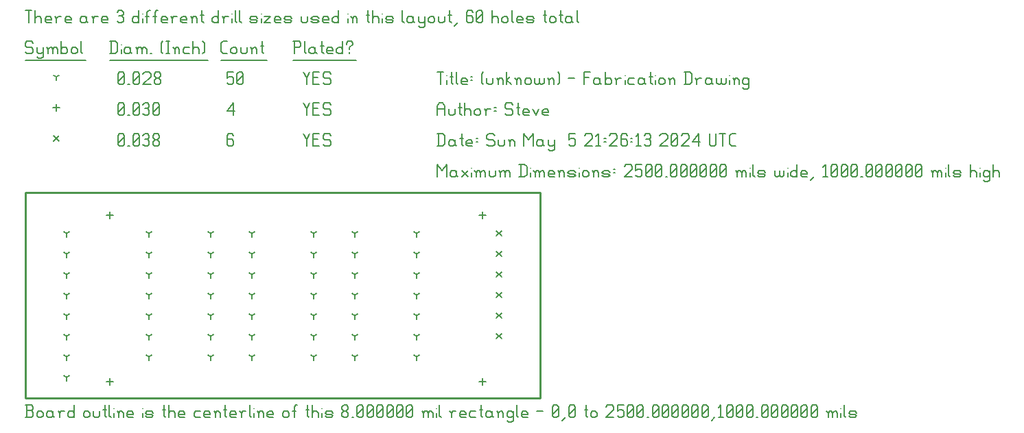
<source format=gbr>
G04 start of page 17 for group -3984 idx -3984 *
G04 Title: (unknown), fab *
G04 Creator: pcb 4.2.2 *
G04 CreationDate: Sun May  5 21:26:13 2024 UTC *
G04 For: steve *
G04 Format: Gerber/RS-274X *
G04 PCB-Dimensions (mil): 2500.00 1000.00 *
G04 PCB-Coordinate-Origin: lower left *
%MOIN*%
%FSLAX25Y25*%
%LNFAB*%
%ADD69C,0.0100*%
%ADD68C,0.0075*%
%ADD67C,0.0060*%
%ADD66C,0.0080*%
G54D66*X228800Y81200D02*X231200Y78800D01*
X228800D02*X231200Y81200D01*
X228800Y71200D02*X231200Y68800D01*
X228800D02*X231200Y71200D01*
X228800Y61200D02*X231200Y58800D01*
X228800D02*X231200Y61200D01*
X228800Y51200D02*X231200Y48800D01*
X228800D02*X231200Y51200D01*
X228800Y41200D02*X231200Y38800D01*
X228800D02*X231200Y41200D01*
X228800Y31200D02*X231200Y28800D01*
X228800D02*X231200Y31200D01*
X13800Y127450D02*X16200Y125050D01*
X13800D02*X16200Y127450D01*
G54D67*X135000Y128500D02*X136500Y125500D01*
X138000Y128500D01*
X136500Y125500D02*Y122500D01*
X139800Y125800D02*X142050D01*
X139800Y122500D02*X142800D01*
X139800Y128500D02*Y122500D01*
Y128500D02*X142800D01*
X147600D02*X148350Y127750D01*
X145350Y128500D02*X147600D01*
X144600Y127750D02*X145350Y128500D01*
X144600Y127750D02*Y126250D01*
X145350Y125500D01*
X147600D01*
X148350Y124750D01*
Y123250D01*
X147600Y122500D02*X148350Y123250D01*
X145350Y122500D02*X147600D01*
X144600Y123250D02*X145350Y122500D01*
X100250Y128500D02*X101000Y127750D01*
X98750Y128500D02*X100250D01*
X98000Y127750D02*X98750Y128500D01*
X98000Y127750D02*Y123250D01*
X98750Y122500D01*
X100250Y125800D02*X101000Y125050D01*
X98000Y125800D02*X100250D01*
X98750Y122500D02*X100250D01*
X101000Y123250D01*
Y125050D02*Y123250D01*
X45000D02*X45750Y122500D01*
X45000Y127750D02*Y123250D01*
Y127750D02*X45750Y128500D01*
X47250D01*
X48000Y127750D01*
Y123250D01*
X47250Y122500D02*X48000Y123250D01*
X45750Y122500D02*X47250D01*
X45000Y124000D02*X48000Y127000D01*
X49800Y122500D02*X50550D01*
X52350Y123250D02*X53100Y122500D01*
X52350Y127750D02*Y123250D01*
Y127750D02*X53100Y128500D01*
X54600D01*
X55350Y127750D01*
Y123250D01*
X54600Y122500D02*X55350Y123250D01*
X53100Y122500D02*X54600D01*
X52350Y124000D02*X55350Y127000D01*
X57150Y127750D02*X57900Y128500D01*
X59400D01*
X60150Y127750D01*
X59400Y122500D02*X60150Y123250D01*
X57900Y122500D02*X59400D01*
X57150Y123250D02*X57900Y122500D01*
Y125800D02*X59400D01*
X60150Y127750D02*Y126550D01*
Y125050D02*Y123250D01*
Y125050D02*X59400Y125800D01*
X60150Y126550D02*X59400Y125800D01*
X61950Y123250D02*X62700Y122500D01*
X61950Y124450D02*Y123250D01*
Y124450D02*X63000Y125500D01*
X63900D01*
X64950Y124450D01*
Y123250D01*
X64200Y122500D02*X64950Y123250D01*
X62700Y122500D02*X64200D01*
X61950Y126550D02*X63000Y125500D01*
X61950Y127750D02*Y126550D01*
Y127750D02*X62700Y128500D01*
X64200D01*
X64950Y127750D01*
Y126550D01*
X63900Y125500D02*X64950Y126550D01*
X41000Y9600D02*Y6400D01*
X39400Y8000D02*X42600D01*
X41000Y90600D02*Y87400D01*
X39400Y89000D02*X42600D01*
X222000Y9600D02*Y6400D01*
X220400Y8000D02*X223600D01*
X222000Y90600D02*Y87400D01*
X220400Y89000D02*X223600D01*
X15000Y142850D02*Y139650D01*
X13400Y141250D02*X16600D01*
X135000Y143500D02*X136500Y140500D01*
X138000Y143500D01*
X136500Y140500D02*Y137500D01*
X139800Y140800D02*X142050D01*
X139800Y137500D02*X142800D01*
X139800Y143500D02*Y137500D01*
Y143500D02*X142800D01*
X147600D02*X148350Y142750D01*
X145350Y143500D02*X147600D01*
X144600Y142750D02*X145350Y143500D01*
X144600Y142750D02*Y141250D01*
X145350Y140500D01*
X147600D01*
X148350Y139750D01*
Y138250D01*
X147600Y137500D02*X148350Y138250D01*
X145350Y137500D02*X147600D01*
X144600Y138250D02*X145350Y137500D01*
X98000Y139750D02*X101000Y143500D01*
X98000Y139750D02*X101750D01*
X101000Y143500D02*Y137500D01*
X45000Y138250D02*X45750Y137500D01*
X45000Y142750D02*Y138250D01*
Y142750D02*X45750Y143500D01*
X47250D01*
X48000Y142750D01*
Y138250D01*
X47250Y137500D02*X48000Y138250D01*
X45750Y137500D02*X47250D01*
X45000Y139000D02*X48000Y142000D01*
X49800Y137500D02*X50550D01*
X52350Y138250D02*X53100Y137500D01*
X52350Y142750D02*Y138250D01*
Y142750D02*X53100Y143500D01*
X54600D01*
X55350Y142750D01*
Y138250D01*
X54600Y137500D02*X55350Y138250D01*
X53100Y137500D02*X54600D01*
X52350Y139000D02*X55350Y142000D01*
X57150Y142750D02*X57900Y143500D01*
X59400D01*
X60150Y142750D01*
X59400Y137500D02*X60150Y138250D01*
X57900Y137500D02*X59400D01*
X57150Y138250D02*X57900Y137500D01*
Y140800D02*X59400D01*
X60150Y142750D02*Y141550D01*
Y140050D02*Y138250D01*
Y140050D02*X59400Y140800D01*
X60150Y141550D02*X59400Y140800D01*
X61950Y138250D02*X62700Y137500D01*
X61950Y142750D02*Y138250D01*
Y142750D02*X62700Y143500D01*
X64200D01*
X64950Y142750D01*
Y138250D01*
X64200Y137500D02*X64950Y138250D01*
X62700Y137500D02*X64200D01*
X61950Y139000D02*X64950Y142000D01*
X20000Y80000D02*Y78400D01*
Y80000D02*X21387Y80800D01*
X20000Y80000D02*X18613Y80800D01*
X20000Y70000D02*Y68400D01*
Y70000D02*X21387Y70800D01*
X20000Y70000D02*X18613Y70800D01*
X20000Y60000D02*Y58400D01*
Y60000D02*X21387Y60800D01*
X20000Y60000D02*X18613Y60800D01*
X20000Y50000D02*Y48400D01*
Y50000D02*X21387Y50800D01*
X20000Y50000D02*X18613Y50800D01*
X20000Y40000D02*Y38400D01*
Y40000D02*X21387Y40800D01*
X20000Y40000D02*X18613Y40800D01*
X20000Y30000D02*Y28400D01*
Y30000D02*X21387Y30800D01*
X20000Y30000D02*X18613Y30800D01*
X20000Y20000D02*Y18400D01*
Y20000D02*X21387Y20800D01*
X20000Y20000D02*X18613Y20800D01*
X20000Y10000D02*Y8400D01*
Y10000D02*X21387Y10800D01*
X20000Y10000D02*X18613Y10800D01*
X60000Y80000D02*Y78400D01*
Y80000D02*X61387Y80800D01*
X60000Y80000D02*X58613Y80800D01*
X60000Y70000D02*Y68400D01*
Y70000D02*X61387Y70800D01*
X60000Y70000D02*X58613Y70800D01*
X60000Y60000D02*Y58400D01*
Y60000D02*X61387Y60800D01*
X60000Y60000D02*X58613Y60800D01*
X60000Y50000D02*Y48400D01*
Y50000D02*X61387Y50800D01*
X60000Y50000D02*X58613Y50800D01*
X60000Y40000D02*Y38400D01*
Y40000D02*X61387Y40800D01*
X60000Y40000D02*X58613Y40800D01*
X60000Y30000D02*Y28400D01*
Y30000D02*X61387Y30800D01*
X60000Y30000D02*X58613Y30800D01*
X60000Y20000D02*Y18400D01*
Y20000D02*X61387Y20800D01*
X60000Y20000D02*X58613Y20800D01*
X90000Y20000D02*Y18400D01*
Y20000D02*X91387Y20800D01*
X90000Y20000D02*X88613Y20800D01*
X90000Y30000D02*Y28400D01*
Y30000D02*X91387Y30800D01*
X90000Y30000D02*X88613Y30800D01*
X90000Y40000D02*Y38400D01*
Y40000D02*X91387Y40800D01*
X90000Y40000D02*X88613Y40800D01*
X90000Y50000D02*Y48400D01*
Y50000D02*X91387Y50800D01*
X90000Y50000D02*X88613Y50800D01*
X90000Y60000D02*Y58400D01*
Y60000D02*X91387Y60800D01*
X90000Y60000D02*X88613Y60800D01*
X90000Y70000D02*Y68400D01*
Y70000D02*X91387Y70800D01*
X90000Y70000D02*X88613Y70800D01*
X90000Y80000D02*Y78400D01*
Y80000D02*X91387Y80800D01*
X90000Y80000D02*X88613Y80800D01*
X110000Y80000D02*Y78400D01*
Y80000D02*X111387Y80800D01*
X110000Y80000D02*X108613Y80800D01*
X110000Y70000D02*Y68400D01*
Y70000D02*X111387Y70800D01*
X110000Y70000D02*X108613Y70800D01*
X110000Y60000D02*Y58400D01*
Y60000D02*X111387Y60800D01*
X110000Y60000D02*X108613Y60800D01*
X110000Y50000D02*Y48400D01*
Y50000D02*X111387Y50800D01*
X110000Y50000D02*X108613Y50800D01*
X110000Y40000D02*Y38400D01*
Y40000D02*X111387Y40800D01*
X110000Y40000D02*X108613Y40800D01*
X110000Y30000D02*Y28400D01*
Y30000D02*X111387Y30800D01*
X110000Y30000D02*X108613Y30800D01*
X110000Y20000D02*Y18400D01*
Y20000D02*X111387Y20800D01*
X110000Y20000D02*X108613Y20800D01*
X140000Y20000D02*Y18400D01*
Y20000D02*X141387Y20800D01*
X140000Y20000D02*X138613Y20800D01*
X140000Y30000D02*Y28400D01*
Y30000D02*X141387Y30800D01*
X140000Y30000D02*X138613Y30800D01*
X140000Y40000D02*Y38400D01*
Y40000D02*X141387Y40800D01*
X140000Y40000D02*X138613Y40800D01*
X140000Y50000D02*Y48400D01*
Y50000D02*X141387Y50800D01*
X140000Y50000D02*X138613Y50800D01*
X140000Y60000D02*Y58400D01*
Y60000D02*X141387Y60800D01*
X140000Y60000D02*X138613Y60800D01*
X140000Y70000D02*Y68400D01*
Y70000D02*X141387Y70800D01*
X140000Y70000D02*X138613Y70800D01*
X140000Y80000D02*Y78400D01*
Y80000D02*X141387Y80800D01*
X140000Y80000D02*X138613Y80800D01*
X160000Y80000D02*Y78400D01*
Y80000D02*X161387Y80800D01*
X160000Y80000D02*X158613Y80800D01*
X160000Y70000D02*Y68400D01*
Y70000D02*X161387Y70800D01*
X160000Y70000D02*X158613Y70800D01*
X160000Y60000D02*Y58400D01*
Y60000D02*X161387Y60800D01*
X160000Y60000D02*X158613Y60800D01*
X160000Y50000D02*Y48400D01*
Y50000D02*X161387Y50800D01*
X160000Y50000D02*X158613Y50800D01*
X160000Y40000D02*Y38400D01*
Y40000D02*X161387Y40800D01*
X160000Y40000D02*X158613Y40800D01*
X160000Y30000D02*Y28400D01*
Y30000D02*X161387Y30800D01*
X160000Y30000D02*X158613Y30800D01*
X160000Y20000D02*Y18400D01*
Y20000D02*X161387Y20800D01*
X160000Y20000D02*X158613Y20800D01*
X190000Y20000D02*Y18400D01*
Y20000D02*X191387Y20800D01*
X190000Y20000D02*X188613Y20800D01*
X190000Y30000D02*Y28400D01*
Y30000D02*X191387Y30800D01*
X190000Y30000D02*X188613Y30800D01*
X190000Y40000D02*Y38400D01*
Y40000D02*X191387Y40800D01*
X190000Y40000D02*X188613Y40800D01*
X190000Y50000D02*Y48400D01*
Y50000D02*X191387Y50800D01*
X190000Y50000D02*X188613Y50800D01*
X190000Y60000D02*Y58400D01*
Y60000D02*X191387Y60800D01*
X190000Y60000D02*X188613Y60800D01*
X190000Y70000D02*Y68400D01*
Y70000D02*X191387Y70800D01*
X190000Y70000D02*X188613Y70800D01*
X190000Y80000D02*Y78400D01*
Y80000D02*X191387Y80800D01*
X190000Y80000D02*X188613Y80800D01*
X15000Y156250D02*Y154650D01*
Y156250D02*X16387Y157050D01*
X15000Y156250D02*X13613Y157050D01*
X135000Y158500D02*X136500Y155500D01*
X138000Y158500D01*
X136500Y155500D02*Y152500D01*
X139800Y155800D02*X142050D01*
X139800Y152500D02*X142800D01*
X139800Y158500D02*Y152500D01*
Y158500D02*X142800D01*
X147600D02*X148350Y157750D01*
X145350Y158500D02*X147600D01*
X144600Y157750D02*X145350Y158500D01*
X144600Y157750D02*Y156250D01*
X145350Y155500D01*
X147600D01*
X148350Y154750D01*
Y153250D01*
X147600Y152500D02*X148350Y153250D01*
X145350Y152500D02*X147600D01*
X144600Y153250D02*X145350Y152500D01*
X98000Y158500D02*X101000D01*
X98000D02*Y155500D01*
X98750Y156250D01*
X100250D01*
X101000Y155500D01*
Y153250D01*
X100250Y152500D02*X101000Y153250D01*
X98750Y152500D02*X100250D01*
X98000Y153250D02*X98750Y152500D01*
X102800Y153250D02*X103550Y152500D01*
X102800Y157750D02*Y153250D01*
Y157750D02*X103550Y158500D01*
X105050D01*
X105800Y157750D01*
Y153250D01*
X105050Y152500D02*X105800Y153250D01*
X103550Y152500D02*X105050D01*
X102800Y154000D02*X105800Y157000D01*
X45000Y153250D02*X45750Y152500D01*
X45000Y157750D02*Y153250D01*
Y157750D02*X45750Y158500D01*
X47250D01*
X48000Y157750D01*
Y153250D01*
X47250Y152500D02*X48000Y153250D01*
X45750Y152500D02*X47250D01*
X45000Y154000D02*X48000Y157000D01*
X49800Y152500D02*X50550D01*
X52350Y153250D02*X53100Y152500D01*
X52350Y157750D02*Y153250D01*
Y157750D02*X53100Y158500D01*
X54600D01*
X55350Y157750D01*
Y153250D01*
X54600Y152500D02*X55350Y153250D01*
X53100Y152500D02*X54600D01*
X52350Y154000D02*X55350Y157000D01*
X57150Y157750D02*X57900Y158500D01*
X60150D01*
X60900Y157750D01*
Y156250D01*
X57150Y152500D02*X60900Y156250D01*
X57150Y152500D02*X60900D01*
X62700Y153250D02*X63450Y152500D01*
X62700Y154450D02*Y153250D01*
Y154450D02*X63750Y155500D01*
X64650D01*
X65700Y154450D01*
Y153250D01*
X64950Y152500D02*X65700Y153250D01*
X63450Y152500D02*X64950D01*
X62700Y156550D02*X63750Y155500D01*
X62700Y157750D02*Y156550D01*
Y157750D02*X63450Y158500D01*
X64950D01*
X65700Y157750D01*
Y156550D01*
X64650Y155500D02*X65700Y156550D01*
X3000Y173500D02*X3750Y172750D01*
X750Y173500D02*X3000D01*
X0Y172750D02*X750Y173500D01*
X0Y172750D02*Y171250D01*
X750Y170500D01*
X3000D01*
X3750Y169750D01*
Y168250D01*
X3000Y167500D02*X3750Y168250D01*
X750Y167500D02*X3000D01*
X0Y168250D02*X750Y167500D01*
X5550Y170500D02*Y168250D01*
X6300Y167500D01*
X8550Y170500D02*Y166000D01*
X7800Y165250D02*X8550Y166000D01*
X6300Y165250D02*X7800D01*
X5550Y166000D02*X6300Y165250D01*
Y167500D02*X7800D01*
X8550Y168250D01*
X11100Y169750D02*Y167500D01*
Y169750D02*X11850Y170500D01*
X12600D01*
X13350Y169750D01*
Y167500D01*
Y169750D02*X14100Y170500D01*
X14850D01*
X15600Y169750D01*
Y167500D01*
X10350Y170500D02*X11100Y169750D01*
X17400Y173500D02*Y167500D01*
Y168250D02*X18150Y167500D01*
X19650D01*
X20400Y168250D01*
Y169750D02*Y168250D01*
X19650Y170500D02*X20400Y169750D01*
X18150Y170500D02*X19650D01*
X17400Y169750D02*X18150Y170500D01*
X22200Y169750D02*Y168250D01*
Y169750D02*X22950Y170500D01*
X24450D01*
X25200Y169750D01*
Y168250D01*
X24450Y167500D02*X25200Y168250D01*
X22950Y167500D02*X24450D01*
X22200Y168250D02*X22950Y167500D01*
X27000Y173500D02*Y168250D01*
X27750Y167500D01*
X0Y164250D02*X29250D01*
X41750Y173500D02*Y167500D01*
X43700Y173500D02*X44750Y172450D01*
Y168550D01*
X43700Y167500D02*X44750Y168550D01*
X41000Y167500D02*X43700D01*
X41000Y173500D02*X43700D01*
G54D68*X46550Y172000D02*Y171850D01*
G54D67*Y169750D02*Y167500D01*
X50300Y170500D02*X51050Y169750D01*
X48800Y170500D02*X50300D01*
X48050Y169750D02*X48800Y170500D01*
X48050Y169750D02*Y168250D01*
X48800Y167500D01*
X51050Y170500D02*Y168250D01*
X51800Y167500D01*
X48800D02*X50300D01*
X51050Y168250D01*
X54350Y169750D02*Y167500D01*
Y169750D02*X55100Y170500D01*
X55850D01*
X56600Y169750D01*
Y167500D01*
Y169750D02*X57350Y170500D01*
X58100D01*
X58850Y169750D01*
Y167500D01*
X53600Y170500D02*X54350Y169750D01*
X60650Y167500D02*X61400D01*
X65900Y168250D02*X66650Y167500D01*
X65900Y172750D02*X66650Y173500D01*
X65900Y172750D02*Y168250D01*
X68450Y173500D02*X69950D01*
X69200D02*Y167500D01*
X68450D02*X69950D01*
X72500Y169750D02*Y167500D01*
Y169750D02*X73250Y170500D01*
X74000D01*
X74750Y169750D01*
Y167500D01*
X71750Y170500D02*X72500Y169750D01*
X77300Y170500D02*X79550D01*
X76550Y169750D02*X77300Y170500D01*
X76550Y169750D02*Y168250D01*
X77300Y167500D01*
X79550D01*
X81350Y173500D02*Y167500D01*
Y169750D02*X82100Y170500D01*
X83600D01*
X84350Y169750D01*
Y167500D01*
X86150Y173500D02*X86900Y172750D01*
Y168250D01*
X86150Y167500D02*X86900Y168250D01*
X41000Y164250D02*X88700D01*
X96050Y167500D02*X98000D01*
X95000Y168550D02*X96050Y167500D01*
X95000Y172450D02*Y168550D01*
Y172450D02*X96050Y173500D01*
X98000D01*
X99800Y169750D02*Y168250D01*
Y169750D02*X100550Y170500D01*
X102050D01*
X102800Y169750D01*
Y168250D01*
X102050Y167500D02*X102800Y168250D01*
X100550Y167500D02*X102050D01*
X99800Y168250D02*X100550Y167500D01*
X104600Y170500D02*Y168250D01*
X105350Y167500D01*
X106850D01*
X107600Y168250D01*
Y170500D02*Y168250D01*
X110150Y169750D02*Y167500D01*
Y169750D02*X110900Y170500D01*
X111650D01*
X112400Y169750D01*
Y167500D01*
X109400Y170500D02*X110150Y169750D01*
X114950Y173500D02*Y168250D01*
X115700Y167500D01*
X114200Y171250D02*X115700D01*
X95000Y164250D02*X117200D01*
X130750Y173500D02*Y167500D01*
X130000Y173500D02*X133000D01*
X133750Y172750D01*
Y171250D01*
X133000Y170500D02*X133750Y171250D01*
X130750Y170500D02*X133000D01*
X135550Y173500D02*Y168250D01*
X136300Y167500D01*
X140050Y170500D02*X140800Y169750D01*
X138550Y170500D02*X140050D01*
X137800Y169750D02*X138550Y170500D01*
X137800Y169750D02*Y168250D01*
X138550Y167500D01*
X140800Y170500D02*Y168250D01*
X141550Y167500D01*
X138550D02*X140050D01*
X140800Y168250D01*
X144100Y173500D02*Y168250D01*
X144850Y167500D01*
X143350Y171250D02*X144850D01*
X147100Y167500D02*X149350D01*
X146350Y168250D02*X147100Y167500D01*
X146350Y169750D02*Y168250D01*
Y169750D02*X147100Y170500D01*
X148600D01*
X149350Y169750D01*
X146350Y169000D02*X149350D01*
Y169750D02*Y169000D01*
X154150Y173500D02*Y167500D01*
X153400D02*X154150Y168250D01*
X151900Y167500D02*X153400D01*
X151150Y168250D02*X151900Y167500D01*
X151150Y169750D02*Y168250D01*
Y169750D02*X151900Y170500D01*
X153400D01*
X154150Y169750D01*
X157450Y170500D02*Y169750D01*
Y168250D02*Y167500D01*
X155950Y172750D02*Y172000D01*
Y172750D02*X156700Y173500D01*
X158200D01*
X158950Y172750D01*
Y172000D01*
X157450Y170500D02*X158950Y172000D01*
X130000Y164250D02*X160750D01*
X0Y188500D02*X3000D01*
X1500D02*Y182500D01*
X4800Y188500D02*Y182500D01*
Y184750D02*X5550Y185500D01*
X7050D01*
X7800Y184750D01*
Y182500D01*
X10350D02*X12600D01*
X9600Y183250D02*X10350Y182500D01*
X9600Y184750D02*Y183250D01*
Y184750D02*X10350Y185500D01*
X11850D01*
X12600Y184750D01*
X9600Y184000D02*X12600D01*
Y184750D02*Y184000D01*
X15150Y184750D02*Y182500D01*
Y184750D02*X15900Y185500D01*
X17400D01*
X14400D02*X15150Y184750D01*
X19950Y182500D02*X22200D01*
X19200Y183250D02*X19950Y182500D01*
X19200Y184750D02*Y183250D01*
Y184750D02*X19950Y185500D01*
X21450D01*
X22200Y184750D01*
X19200Y184000D02*X22200D01*
Y184750D02*Y184000D01*
X28950Y185500D02*X29700Y184750D01*
X27450Y185500D02*X28950D01*
X26700Y184750D02*X27450Y185500D01*
X26700Y184750D02*Y183250D01*
X27450Y182500D01*
X29700Y185500D02*Y183250D01*
X30450Y182500D01*
X27450D02*X28950D01*
X29700Y183250D01*
X33000Y184750D02*Y182500D01*
Y184750D02*X33750Y185500D01*
X35250D01*
X32250D02*X33000Y184750D01*
X37800Y182500D02*X40050D01*
X37050Y183250D02*X37800Y182500D01*
X37050Y184750D02*Y183250D01*
Y184750D02*X37800Y185500D01*
X39300D01*
X40050Y184750D01*
X37050Y184000D02*X40050D01*
Y184750D02*Y184000D01*
X44550Y187750D02*X45300Y188500D01*
X46800D01*
X47550Y187750D01*
X46800Y182500D02*X47550Y183250D01*
X45300Y182500D02*X46800D01*
X44550Y183250D02*X45300Y182500D01*
Y185800D02*X46800D01*
X47550Y187750D02*Y186550D01*
Y185050D02*Y183250D01*
Y185050D02*X46800Y185800D01*
X47550Y186550D02*X46800Y185800D01*
X55050Y188500D02*Y182500D01*
X54300D02*X55050Y183250D01*
X52800Y182500D02*X54300D01*
X52050Y183250D02*X52800Y182500D01*
X52050Y184750D02*Y183250D01*
Y184750D02*X52800Y185500D01*
X54300D01*
X55050Y184750D01*
G54D68*X56850Y187000D02*Y186850D01*
G54D67*Y184750D02*Y182500D01*
X59100Y187750D02*Y182500D01*
Y187750D02*X59850Y188500D01*
X60600D01*
X58350Y185500D02*X59850D01*
X62850Y187750D02*Y182500D01*
Y187750D02*X63600Y188500D01*
X64350D01*
X62100Y185500D02*X63600D01*
X66600Y182500D02*X68850D01*
X65850Y183250D02*X66600Y182500D01*
X65850Y184750D02*Y183250D01*
Y184750D02*X66600Y185500D01*
X68100D01*
X68850Y184750D01*
X65850Y184000D02*X68850D01*
Y184750D02*Y184000D01*
X71400Y184750D02*Y182500D01*
Y184750D02*X72150Y185500D01*
X73650D01*
X70650D02*X71400Y184750D01*
X76200Y182500D02*X78450D01*
X75450Y183250D02*X76200Y182500D01*
X75450Y184750D02*Y183250D01*
Y184750D02*X76200Y185500D01*
X77700D01*
X78450Y184750D01*
X75450Y184000D02*X78450D01*
Y184750D02*Y184000D01*
X81000Y184750D02*Y182500D01*
Y184750D02*X81750Y185500D01*
X82500D01*
X83250Y184750D01*
Y182500D01*
X80250Y185500D02*X81000Y184750D01*
X85800Y188500D02*Y183250D01*
X86550Y182500D01*
X85050Y186250D02*X86550D01*
X93750Y188500D02*Y182500D01*
X93000D02*X93750Y183250D01*
X91500Y182500D02*X93000D01*
X90750Y183250D02*X91500Y182500D01*
X90750Y184750D02*Y183250D01*
Y184750D02*X91500Y185500D01*
X93000D01*
X93750Y184750D01*
X96300D02*Y182500D01*
Y184750D02*X97050Y185500D01*
X98550D01*
X95550D02*X96300Y184750D01*
G54D68*X100350Y187000D02*Y186850D01*
G54D67*Y184750D02*Y182500D01*
X101850Y188500D02*Y183250D01*
X102600Y182500D01*
X104100Y188500D02*Y183250D01*
X104850Y182500D01*
X109800D02*X112050D01*
X112800Y183250D01*
X112050Y184000D02*X112800Y183250D01*
X109800Y184000D02*X112050D01*
X109050Y184750D02*X109800Y184000D01*
X109050Y184750D02*X109800Y185500D01*
X112050D01*
X112800Y184750D01*
X109050Y183250D02*X109800Y182500D01*
G54D68*X114600Y187000D02*Y186850D01*
G54D67*Y184750D02*Y182500D01*
X116100Y185500D02*X119100D01*
X116100Y182500D02*X119100Y185500D01*
X116100Y182500D02*X119100D01*
X121650D02*X123900D01*
X120900Y183250D02*X121650Y182500D01*
X120900Y184750D02*Y183250D01*
Y184750D02*X121650Y185500D01*
X123150D01*
X123900Y184750D01*
X120900Y184000D02*X123900D01*
Y184750D02*Y184000D01*
X126450Y182500D02*X128700D01*
X129450Y183250D01*
X128700Y184000D02*X129450Y183250D01*
X126450Y184000D02*X128700D01*
X125700Y184750D02*X126450Y184000D01*
X125700Y184750D02*X126450Y185500D01*
X128700D01*
X129450Y184750D01*
X125700Y183250D02*X126450Y182500D01*
X133950Y185500D02*Y183250D01*
X134700Y182500D01*
X136200D01*
X136950Y183250D01*
Y185500D02*Y183250D01*
X139500Y182500D02*X141750D01*
X142500Y183250D01*
X141750Y184000D02*X142500Y183250D01*
X139500Y184000D02*X141750D01*
X138750Y184750D02*X139500Y184000D01*
X138750Y184750D02*X139500Y185500D01*
X141750D01*
X142500Y184750D01*
X138750Y183250D02*X139500Y182500D01*
X145050D02*X147300D01*
X144300Y183250D02*X145050Y182500D01*
X144300Y184750D02*Y183250D01*
Y184750D02*X145050Y185500D01*
X146550D01*
X147300Y184750D01*
X144300Y184000D02*X147300D01*
Y184750D02*Y184000D01*
X152100Y188500D02*Y182500D01*
X151350D02*X152100Y183250D01*
X149850Y182500D02*X151350D01*
X149100Y183250D02*X149850Y182500D01*
X149100Y184750D02*Y183250D01*
Y184750D02*X149850Y185500D01*
X151350D01*
X152100Y184750D01*
G54D68*X156600Y187000D02*Y186850D01*
G54D67*Y184750D02*Y182500D01*
X158850Y184750D02*Y182500D01*
Y184750D02*X159600Y185500D01*
X160350D01*
X161100Y184750D01*
Y182500D01*
X158100Y185500D02*X158850Y184750D01*
X166350Y188500D02*Y183250D01*
X167100Y182500D01*
X165600Y186250D02*X167100D01*
X168600Y188500D02*Y182500D01*
Y184750D02*X169350Y185500D01*
X170850D01*
X171600Y184750D01*
Y182500D01*
G54D68*X173400Y187000D02*Y186850D01*
G54D67*Y184750D02*Y182500D01*
X175650D02*X177900D01*
X178650Y183250D01*
X177900Y184000D02*X178650Y183250D01*
X175650Y184000D02*X177900D01*
X174900Y184750D02*X175650Y184000D01*
X174900Y184750D02*X175650Y185500D01*
X177900D01*
X178650Y184750D01*
X174900Y183250D02*X175650Y182500D01*
X183150Y188500D02*Y183250D01*
X183900Y182500D01*
X187650Y185500D02*X188400Y184750D01*
X186150Y185500D02*X187650D01*
X185400Y184750D02*X186150Y185500D01*
X185400Y184750D02*Y183250D01*
X186150Y182500D01*
X188400Y185500D02*Y183250D01*
X189150Y182500D01*
X186150D02*X187650D01*
X188400Y183250D01*
X190950Y185500D02*Y183250D01*
X191700Y182500D01*
X193950Y185500D02*Y181000D01*
X193200Y180250D02*X193950Y181000D01*
X191700Y180250D02*X193200D01*
X190950Y181000D02*X191700Y180250D01*
Y182500D02*X193200D01*
X193950Y183250D01*
X195750Y184750D02*Y183250D01*
Y184750D02*X196500Y185500D01*
X198000D01*
X198750Y184750D01*
Y183250D01*
X198000Y182500D02*X198750Y183250D01*
X196500Y182500D02*X198000D01*
X195750Y183250D02*X196500Y182500D01*
X200550Y185500D02*Y183250D01*
X201300Y182500D01*
X202800D01*
X203550Y183250D01*
Y185500D02*Y183250D01*
X206100Y188500D02*Y183250D01*
X206850Y182500D01*
X205350Y186250D02*X206850D01*
X208350Y181000D02*X209850Y182500D01*
X216600Y188500D02*X217350Y187750D01*
X215100Y188500D02*X216600D01*
X214350Y187750D02*X215100Y188500D01*
X214350Y187750D02*Y183250D01*
X215100Y182500D01*
X216600Y185800D02*X217350Y185050D01*
X214350Y185800D02*X216600D01*
X215100Y182500D02*X216600D01*
X217350Y183250D01*
Y185050D02*Y183250D01*
X219150D02*X219900Y182500D01*
X219150Y187750D02*Y183250D01*
Y187750D02*X219900Y188500D01*
X221400D01*
X222150Y187750D01*
Y183250D01*
X221400Y182500D02*X222150Y183250D01*
X219900Y182500D02*X221400D01*
X219150Y184000D02*X222150Y187000D01*
X226650Y188500D02*Y182500D01*
Y184750D02*X227400Y185500D01*
X228900D01*
X229650Y184750D01*
Y182500D01*
X231450Y184750D02*Y183250D01*
Y184750D02*X232200Y185500D01*
X233700D01*
X234450Y184750D01*
Y183250D01*
X233700Y182500D02*X234450Y183250D01*
X232200Y182500D02*X233700D01*
X231450Y183250D02*X232200Y182500D01*
X236250Y188500D02*Y183250D01*
X237000Y182500D01*
X239250D02*X241500D01*
X238500Y183250D02*X239250Y182500D01*
X238500Y184750D02*Y183250D01*
Y184750D02*X239250Y185500D01*
X240750D01*
X241500Y184750D01*
X238500Y184000D02*X241500D01*
Y184750D02*Y184000D01*
X244050Y182500D02*X246300D01*
X247050Y183250D01*
X246300Y184000D02*X247050Y183250D01*
X244050Y184000D02*X246300D01*
X243300Y184750D02*X244050Y184000D01*
X243300Y184750D02*X244050Y185500D01*
X246300D01*
X247050Y184750D01*
X243300Y183250D02*X244050Y182500D01*
X252300Y188500D02*Y183250D01*
X253050Y182500D01*
X251550Y186250D02*X253050D01*
X254550Y184750D02*Y183250D01*
Y184750D02*X255300Y185500D01*
X256800D01*
X257550Y184750D01*
Y183250D01*
X256800Y182500D02*X257550Y183250D01*
X255300Y182500D02*X256800D01*
X254550Y183250D02*X255300Y182500D01*
X260100Y188500D02*Y183250D01*
X260850Y182500D01*
X259350Y186250D02*X260850D01*
X264600Y185500D02*X265350Y184750D01*
X263100Y185500D02*X264600D01*
X262350Y184750D02*X263100Y185500D01*
X262350Y184750D02*Y183250D01*
X263100Y182500D01*
X265350Y185500D02*Y183250D01*
X266100Y182500D01*
X263100D02*X264600D01*
X265350Y183250D01*
X267900Y188500D02*Y183250D01*
X268650Y182500D01*
G54D69*X0Y100000D02*X250000D01*
X0D02*Y0D01*
X250000Y100000D02*Y0D01*
X0D02*X250000D01*
G54D67*X200000Y113500D02*Y107500D01*
Y113500D02*X202250Y110500D01*
X204500Y113500D01*
Y107500D01*
X208550Y110500D02*X209300Y109750D01*
X207050Y110500D02*X208550D01*
X206300Y109750D02*X207050Y110500D01*
X206300Y109750D02*Y108250D01*
X207050Y107500D01*
X209300Y110500D02*Y108250D01*
X210050Y107500D01*
X207050D02*X208550D01*
X209300Y108250D01*
X211850Y110500D02*X214850Y107500D01*
X211850D02*X214850Y110500D01*
G54D68*X216650Y112000D02*Y111850D01*
G54D67*Y109750D02*Y107500D01*
X218900Y109750D02*Y107500D01*
Y109750D02*X219650Y110500D01*
X220400D01*
X221150Y109750D01*
Y107500D01*
Y109750D02*X221900Y110500D01*
X222650D01*
X223400Y109750D01*
Y107500D01*
X218150Y110500D02*X218900Y109750D01*
X225200Y110500D02*Y108250D01*
X225950Y107500D01*
X227450D01*
X228200Y108250D01*
Y110500D02*Y108250D01*
X230750Y109750D02*Y107500D01*
Y109750D02*X231500Y110500D01*
X232250D01*
X233000Y109750D01*
Y107500D01*
Y109750D02*X233750Y110500D01*
X234500D01*
X235250Y109750D01*
Y107500D01*
X230000Y110500D02*X230750Y109750D01*
X240500Y113500D02*Y107500D01*
X242450Y113500D02*X243500Y112450D01*
Y108550D01*
X242450Y107500D02*X243500Y108550D01*
X239750Y107500D02*X242450D01*
X239750Y113500D02*X242450D01*
G54D68*X245300Y112000D02*Y111850D01*
G54D67*Y109750D02*Y107500D01*
X247550Y109750D02*Y107500D01*
Y109750D02*X248300Y110500D01*
X249050D01*
X249800Y109750D01*
Y107500D01*
Y109750D02*X250550Y110500D01*
X251300D01*
X252050Y109750D01*
Y107500D01*
X246800Y110500D02*X247550Y109750D01*
X254600Y107500D02*X256850D01*
X253850Y108250D02*X254600Y107500D01*
X253850Y109750D02*Y108250D01*
Y109750D02*X254600Y110500D01*
X256100D01*
X256850Y109750D01*
X253850Y109000D02*X256850D01*
Y109750D02*Y109000D01*
X259400Y109750D02*Y107500D01*
Y109750D02*X260150Y110500D01*
X260900D01*
X261650Y109750D01*
Y107500D01*
X258650Y110500D02*X259400Y109750D01*
X264200Y107500D02*X266450D01*
X267200Y108250D01*
X266450Y109000D02*X267200Y108250D01*
X264200Y109000D02*X266450D01*
X263450Y109750D02*X264200Y109000D01*
X263450Y109750D02*X264200Y110500D01*
X266450D01*
X267200Y109750D01*
X263450Y108250D02*X264200Y107500D01*
G54D68*X269000Y112000D02*Y111850D01*
G54D67*Y109750D02*Y107500D01*
X270500Y109750D02*Y108250D01*
Y109750D02*X271250Y110500D01*
X272750D01*
X273500Y109750D01*
Y108250D01*
X272750Y107500D02*X273500Y108250D01*
X271250Y107500D02*X272750D01*
X270500Y108250D02*X271250Y107500D01*
X276050Y109750D02*Y107500D01*
Y109750D02*X276800Y110500D01*
X277550D01*
X278300Y109750D01*
Y107500D01*
X275300Y110500D02*X276050Y109750D01*
X280850Y107500D02*X283100D01*
X283850Y108250D01*
X283100Y109000D02*X283850Y108250D01*
X280850Y109000D02*X283100D01*
X280100Y109750D02*X280850Y109000D01*
X280100Y109750D02*X280850Y110500D01*
X283100D01*
X283850Y109750D01*
X280100Y108250D02*X280850Y107500D01*
X285650Y111250D02*X286400D01*
X285650Y109750D02*X286400D01*
X290900Y112750D02*X291650Y113500D01*
X293900D01*
X294650Y112750D01*
Y111250D01*
X290900Y107500D02*X294650Y111250D01*
X290900Y107500D02*X294650D01*
X296450Y113500D02*X299450D01*
X296450D02*Y110500D01*
X297200Y111250D01*
X298700D01*
X299450Y110500D01*
Y108250D01*
X298700Y107500D02*X299450Y108250D01*
X297200Y107500D02*X298700D01*
X296450Y108250D02*X297200Y107500D01*
X301250Y108250D02*X302000Y107500D01*
X301250Y112750D02*Y108250D01*
Y112750D02*X302000Y113500D01*
X303500D01*
X304250Y112750D01*
Y108250D01*
X303500Y107500D02*X304250Y108250D01*
X302000Y107500D02*X303500D01*
X301250Y109000D02*X304250Y112000D01*
X306050Y108250D02*X306800Y107500D01*
X306050Y112750D02*Y108250D01*
Y112750D02*X306800Y113500D01*
X308300D01*
X309050Y112750D01*
Y108250D01*
X308300Y107500D02*X309050Y108250D01*
X306800Y107500D02*X308300D01*
X306050Y109000D02*X309050Y112000D01*
X310850Y107500D02*X311600D01*
X313400Y108250D02*X314150Y107500D01*
X313400Y112750D02*Y108250D01*
Y112750D02*X314150Y113500D01*
X315650D01*
X316400Y112750D01*
Y108250D01*
X315650Y107500D02*X316400Y108250D01*
X314150Y107500D02*X315650D01*
X313400Y109000D02*X316400Y112000D01*
X318200Y108250D02*X318950Y107500D01*
X318200Y112750D02*Y108250D01*
Y112750D02*X318950Y113500D01*
X320450D01*
X321200Y112750D01*
Y108250D01*
X320450Y107500D02*X321200Y108250D01*
X318950Y107500D02*X320450D01*
X318200Y109000D02*X321200Y112000D01*
X323000Y108250D02*X323750Y107500D01*
X323000Y112750D02*Y108250D01*
Y112750D02*X323750Y113500D01*
X325250D01*
X326000Y112750D01*
Y108250D01*
X325250Y107500D02*X326000Y108250D01*
X323750Y107500D02*X325250D01*
X323000Y109000D02*X326000Y112000D01*
X327800Y108250D02*X328550Y107500D01*
X327800Y112750D02*Y108250D01*
Y112750D02*X328550Y113500D01*
X330050D01*
X330800Y112750D01*
Y108250D01*
X330050Y107500D02*X330800Y108250D01*
X328550Y107500D02*X330050D01*
X327800Y109000D02*X330800Y112000D01*
X332600Y108250D02*X333350Y107500D01*
X332600Y112750D02*Y108250D01*
Y112750D02*X333350Y113500D01*
X334850D01*
X335600Y112750D01*
Y108250D01*
X334850Y107500D02*X335600Y108250D01*
X333350Y107500D02*X334850D01*
X332600Y109000D02*X335600Y112000D01*
X337400Y108250D02*X338150Y107500D01*
X337400Y112750D02*Y108250D01*
Y112750D02*X338150Y113500D01*
X339650D01*
X340400Y112750D01*
Y108250D01*
X339650Y107500D02*X340400Y108250D01*
X338150Y107500D02*X339650D01*
X337400Y109000D02*X340400Y112000D01*
X345650Y109750D02*Y107500D01*
Y109750D02*X346400Y110500D01*
X347150D01*
X347900Y109750D01*
Y107500D01*
Y109750D02*X348650Y110500D01*
X349400D01*
X350150Y109750D01*
Y107500D01*
X344900Y110500D02*X345650Y109750D01*
G54D68*X351950Y112000D02*Y111850D01*
G54D67*Y109750D02*Y107500D01*
X353450Y113500D02*Y108250D01*
X354200Y107500D01*
X356450D02*X358700D01*
X359450Y108250D01*
X358700Y109000D02*X359450Y108250D01*
X356450Y109000D02*X358700D01*
X355700Y109750D02*X356450Y109000D01*
X355700Y109750D02*X356450Y110500D01*
X358700D01*
X359450Y109750D01*
X355700Y108250D02*X356450Y107500D01*
X363950Y110500D02*Y108250D01*
X364700Y107500D01*
X365450D01*
X366200Y108250D01*
Y110500D02*Y108250D01*
X366950Y107500D01*
X367700D01*
X368450Y108250D01*
Y110500D02*Y108250D01*
G54D68*X370250Y112000D02*Y111850D01*
G54D67*Y109750D02*Y107500D01*
X374750Y113500D02*Y107500D01*
X374000D02*X374750Y108250D01*
X372500Y107500D02*X374000D01*
X371750Y108250D02*X372500Y107500D01*
X371750Y109750D02*Y108250D01*
Y109750D02*X372500Y110500D01*
X374000D01*
X374750Y109750D01*
X377300Y107500D02*X379550D01*
X376550Y108250D02*X377300Y107500D01*
X376550Y109750D02*Y108250D01*
Y109750D02*X377300Y110500D01*
X378800D01*
X379550Y109750D01*
X376550Y109000D02*X379550D01*
Y109750D02*Y109000D01*
X381350Y106000D02*X382850Y107500D01*
X387350Y112300D02*X388550Y113500D01*
Y107500D01*
X387350D02*X389600D01*
X391400Y108250D02*X392150Y107500D01*
X391400Y112750D02*Y108250D01*
Y112750D02*X392150Y113500D01*
X393650D01*
X394400Y112750D01*
Y108250D01*
X393650Y107500D02*X394400Y108250D01*
X392150Y107500D02*X393650D01*
X391400Y109000D02*X394400Y112000D01*
X396200Y108250D02*X396950Y107500D01*
X396200Y112750D02*Y108250D01*
Y112750D02*X396950Y113500D01*
X398450D01*
X399200Y112750D01*
Y108250D01*
X398450Y107500D02*X399200Y108250D01*
X396950Y107500D02*X398450D01*
X396200Y109000D02*X399200Y112000D01*
X401000Y108250D02*X401750Y107500D01*
X401000Y112750D02*Y108250D01*
Y112750D02*X401750Y113500D01*
X403250D01*
X404000Y112750D01*
Y108250D01*
X403250Y107500D02*X404000Y108250D01*
X401750Y107500D02*X403250D01*
X401000Y109000D02*X404000Y112000D01*
X405800Y107500D02*X406550D01*
X408350Y108250D02*X409100Y107500D01*
X408350Y112750D02*Y108250D01*
Y112750D02*X409100Y113500D01*
X410600D01*
X411350Y112750D01*
Y108250D01*
X410600Y107500D02*X411350Y108250D01*
X409100Y107500D02*X410600D01*
X408350Y109000D02*X411350Y112000D01*
X413150Y108250D02*X413900Y107500D01*
X413150Y112750D02*Y108250D01*
Y112750D02*X413900Y113500D01*
X415400D01*
X416150Y112750D01*
Y108250D01*
X415400Y107500D02*X416150Y108250D01*
X413900Y107500D02*X415400D01*
X413150Y109000D02*X416150Y112000D01*
X417950Y108250D02*X418700Y107500D01*
X417950Y112750D02*Y108250D01*
Y112750D02*X418700Y113500D01*
X420200D01*
X420950Y112750D01*
Y108250D01*
X420200Y107500D02*X420950Y108250D01*
X418700Y107500D02*X420200D01*
X417950Y109000D02*X420950Y112000D01*
X422750Y108250D02*X423500Y107500D01*
X422750Y112750D02*Y108250D01*
Y112750D02*X423500Y113500D01*
X425000D01*
X425750Y112750D01*
Y108250D01*
X425000Y107500D02*X425750Y108250D01*
X423500Y107500D02*X425000D01*
X422750Y109000D02*X425750Y112000D01*
X427550Y108250D02*X428300Y107500D01*
X427550Y112750D02*Y108250D01*
Y112750D02*X428300Y113500D01*
X429800D01*
X430550Y112750D01*
Y108250D01*
X429800Y107500D02*X430550Y108250D01*
X428300Y107500D02*X429800D01*
X427550Y109000D02*X430550Y112000D01*
X432350Y108250D02*X433100Y107500D01*
X432350Y112750D02*Y108250D01*
Y112750D02*X433100Y113500D01*
X434600D01*
X435350Y112750D01*
Y108250D01*
X434600Y107500D02*X435350Y108250D01*
X433100Y107500D02*X434600D01*
X432350Y109000D02*X435350Y112000D01*
X440600Y109750D02*Y107500D01*
Y109750D02*X441350Y110500D01*
X442100D01*
X442850Y109750D01*
Y107500D01*
Y109750D02*X443600Y110500D01*
X444350D01*
X445100Y109750D01*
Y107500D01*
X439850Y110500D02*X440600Y109750D01*
G54D68*X446900Y112000D02*Y111850D01*
G54D67*Y109750D02*Y107500D01*
X448400Y113500D02*Y108250D01*
X449150Y107500D01*
X451400D02*X453650D01*
X454400Y108250D01*
X453650Y109000D02*X454400Y108250D01*
X451400Y109000D02*X453650D01*
X450650Y109750D02*X451400Y109000D01*
X450650Y109750D02*X451400Y110500D01*
X453650D01*
X454400Y109750D01*
X450650Y108250D02*X451400Y107500D01*
X458900Y113500D02*Y107500D01*
Y109750D02*X459650Y110500D01*
X461150D01*
X461900Y109750D01*
Y107500D01*
G54D68*X463700Y112000D02*Y111850D01*
G54D67*Y109750D02*Y107500D01*
X467450Y110500D02*X468200Y109750D01*
X465950Y110500D02*X467450D01*
X465200Y109750D02*X465950Y110500D01*
X465200Y109750D02*Y108250D01*
X465950Y107500D01*
X467450D01*
X468200Y108250D01*
X465200Y106000D02*X465950Y105250D01*
X467450D01*
X468200Y106000D01*
Y110500D02*Y106000D01*
X470000Y113500D02*Y107500D01*
Y109750D02*X470750Y110500D01*
X472250D01*
X473000Y109750D01*
Y107500D01*
X0Y-9500D02*X3000D01*
X3750Y-8750D01*
Y-6950D02*Y-8750D01*
X3000Y-6200D02*X3750Y-6950D01*
X750Y-6200D02*X3000D01*
X750Y-3500D02*Y-9500D01*
X0Y-3500D02*X3000D01*
X3750Y-4250D01*
Y-5450D01*
X3000Y-6200D02*X3750Y-5450D01*
X5550Y-7250D02*Y-8750D01*
Y-7250D02*X6300Y-6500D01*
X7800D01*
X8550Y-7250D01*
Y-8750D01*
X7800Y-9500D02*X8550Y-8750D01*
X6300Y-9500D02*X7800D01*
X5550Y-8750D02*X6300Y-9500D01*
X12600Y-6500D02*X13350Y-7250D01*
X11100Y-6500D02*X12600D01*
X10350Y-7250D02*X11100Y-6500D01*
X10350Y-7250D02*Y-8750D01*
X11100Y-9500D01*
X13350Y-6500D02*Y-8750D01*
X14100Y-9500D01*
X11100D02*X12600D01*
X13350Y-8750D01*
X16650Y-7250D02*Y-9500D01*
Y-7250D02*X17400Y-6500D01*
X18900D01*
X15900D02*X16650Y-7250D01*
X23700Y-3500D02*Y-9500D01*
X22950D02*X23700Y-8750D01*
X21450Y-9500D02*X22950D01*
X20700Y-8750D02*X21450Y-9500D01*
X20700Y-7250D02*Y-8750D01*
Y-7250D02*X21450Y-6500D01*
X22950D01*
X23700Y-7250D01*
X28200D02*Y-8750D01*
Y-7250D02*X28950Y-6500D01*
X30450D01*
X31200Y-7250D01*
Y-8750D01*
X30450Y-9500D02*X31200Y-8750D01*
X28950Y-9500D02*X30450D01*
X28200Y-8750D02*X28950Y-9500D01*
X33000Y-6500D02*Y-8750D01*
X33750Y-9500D01*
X35250D01*
X36000Y-8750D01*
Y-6500D02*Y-8750D01*
X38550Y-3500D02*Y-8750D01*
X39300Y-9500D01*
X37800Y-5750D02*X39300D01*
X40800Y-3500D02*Y-8750D01*
X41550Y-9500D01*
G54D68*X43050Y-5000D02*Y-5150D01*
G54D67*Y-7250D02*Y-9500D01*
X45300Y-7250D02*Y-9500D01*
Y-7250D02*X46050Y-6500D01*
X46800D01*
X47550Y-7250D01*
Y-9500D01*
X44550Y-6500D02*X45300Y-7250D01*
X50100Y-9500D02*X52350D01*
X49350Y-8750D02*X50100Y-9500D01*
X49350Y-7250D02*Y-8750D01*
Y-7250D02*X50100Y-6500D01*
X51600D01*
X52350Y-7250D01*
X49350Y-8000D02*X52350D01*
Y-7250D02*Y-8000D01*
G54D68*X56850Y-5000D02*Y-5150D01*
G54D67*Y-7250D02*Y-9500D01*
X59100D02*X61350D01*
X62100Y-8750D01*
X61350Y-8000D02*X62100Y-8750D01*
X59100Y-8000D02*X61350D01*
X58350Y-7250D02*X59100Y-8000D01*
X58350Y-7250D02*X59100Y-6500D01*
X61350D01*
X62100Y-7250D01*
X58350Y-8750D02*X59100Y-9500D01*
X67350Y-3500D02*Y-8750D01*
X68100Y-9500D01*
X66600Y-5750D02*X68100D01*
X69600Y-3500D02*Y-9500D01*
Y-7250D02*X70350Y-6500D01*
X71850D01*
X72600Y-7250D01*
Y-9500D01*
X75150D02*X77400D01*
X74400Y-8750D02*X75150Y-9500D01*
X74400Y-7250D02*Y-8750D01*
Y-7250D02*X75150Y-6500D01*
X76650D01*
X77400Y-7250D01*
X74400Y-8000D02*X77400D01*
Y-7250D02*Y-8000D01*
X82650Y-6500D02*X84900D01*
X81900Y-7250D02*X82650Y-6500D01*
X81900Y-7250D02*Y-8750D01*
X82650Y-9500D01*
X84900D01*
X87450D02*X89700D01*
X86700Y-8750D02*X87450Y-9500D01*
X86700Y-7250D02*Y-8750D01*
Y-7250D02*X87450Y-6500D01*
X88950D01*
X89700Y-7250D01*
X86700Y-8000D02*X89700D01*
Y-7250D02*Y-8000D01*
X92250Y-7250D02*Y-9500D01*
Y-7250D02*X93000Y-6500D01*
X93750D01*
X94500Y-7250D01*
Y-9500D01*
X91500Y-6500D02*X92250Y-7250D01*
X97050Y-3500D02*Y-8750D01*
X97800Y-9500D01*
X96300Y-5750D02*X97800D01*
X100050Y-9500D02*X102300D01*
X99300Y-8750D02*X100050Y-9500D01*
X99300Y-7250D02*Y-8750D01*
Y-7250D02*X100050Y-6500D01*
X101550D01*
X102300Y-7250D01*
X99300Y-8000D02*X102300D01*
Y-7250D02*Y-8000D01*
X104850Y-7250D02*Y-9500D01*
Y-7250D02*X105600Y-6500D01*
X107100D01*
X104100D02*X104850Y-7250D01*
X108900Y-3500D02*Y-8750D01*
X109650Y-9500D01*
G54D68*X111150Y-5000D02*Y-5150D01*
G54D67*Y-7250D02*Y-9500D01*
X113400Y-7250D02*Y-9500D01*
Y-7250D02*X114150Y-6500D01*
X114900D01*
X115650Y-7250D01*
Y-9500D01*
X112650Y-6500D02*X113400Y-7250D01*
X118200Y-9500D02*X120450D01*
X117450Y-8750D02*X118200Y-9500D01*
X117450Y-7250D02*Y-8750D01*
Y-7250D02*X118200Y-6500D01*
X119700D01*
X120450Y-7250D01*
X117450Y-8000D02*X120450D01*
Y-7250D02*Y-8000D01*
X124950Y-7250D02*Y-8750D01*
Y-7250D02*X125700Y-6500D01*
X127200D01*
X127950Y-7250D01*
Y-8750D01*
X127200Y-9500D02*X127950Y-8750D01*
X125700Y-9500D02*X127200D01*
X124950Y-8750D02*X125700Y-9500D01*
X130500Y-4250D02*Y-9500D01*
Y-4250D02*X131250Y-3500D01*
X132000D01*
X129750Y-6500D02*X131250D01*
X136950Y-3500D02*Y-8750D01*
X137700Y-9500D01*
X136200Y-5750D02*X137700D01*
X139200Y-3500D02*Y-9500D01*
Y-7250D02*X139950Y-6500D01*
X141450D01*
X142200Y-7250D01*
Y-9500D01*
G54D68*X144000Y-5000D02*Y-5150D01*
G54D67*Y-7250D02*Y-9500D01*
X146250D02*X148500D01*
X149250Y-8750D01*
X148500Y-8000D02*X149250Y-8750D01*
X146250Y-8000D02*X148500D01*
X145500Y-7250D02*X146250Y-8000D01*
X145500Y-7250D02*X146250Y-6500D01*
X148500D01*
X149250Y-7250D01*
X145500Y-8750D02*X146250Y-9500D01*
X153750Y-8750D02*X154500Y-9500D01*
X153750Y-7550D02*Y-8750D01*
Y-7550D02*X154800Y-6500D01*
X155700D01*
X156750Y-7550D01*
Y-8750D01*
X156000Y-9500D02*X156750Y-8750D01*
X154500Y-9500D02*X156000D01*
X153750Y-5450D02*X154800Y-6500D01*
X153750Y-4250D02*Y-5450D01*
Y-4250D02*X154500Y-3500D01*
X156000D01*
X156750Y-4250D01*
Y-5450D01*
X155700Y-6500D02*X156750Y-5450D01*
X158550Y-9500D02*X159300D01*
X161100Y-8750D02*X161850Y-9500D01*
X161100Y-4250D02*Y-8750D01*
Y-4250D02*X161850Y-3500D01*
X163350D01*
X164100Y-4250D01*
Y-8750D01*
X163350Y-9500D02*X164100Y-8750D01*
X161850Y-9500D02*X163350D01*
X161100Y-8000D02*X164100Y-5000D01*
X165900Y-8750D02*X166650Y-9500D01*
X165900Y-4250D02*Y-8750D01*
Y-4250D02*X166650Y-3500D01*
X168150D01*
X168900Y-4250D01*
Y-8750D01*
X168150Y-9500D02*X168900Y-8750D01*
X166650Y-9500D02*X168150D01*
X165900Y-8000D02*X168900Y-5000D01*
X170700Y-8750D02*X171450Y-9500D01*
X170700Y-4250D02*Y-8750D01*
Y-4250D02*X171450Y-3500D01*
X172950D01*
X173700Y-4250D01*
Y-8750D01*
X172950Y-9500D02*X173700Y-8750D01*
X171450Y-9500D02*X172950D01*
X170700Y-8000D02*X173700Y-5000D01*
X175500Y-8750D02*X176250Y-9500D01*
X175500Y-4250D02*Y-8750D01*
Y-4250D02*X176250Y-3500D01*
X177750D01*
X178500Y-4250D01*
Y-8750D01*
X177750Y-9500D02*X178500Y-8750D01*
X176250Y-9500D02*X177750D01*
X175500Y-8000D02*X178500Y-5000D01*
X180300Y-8750D02*X181050Y-9500D01*
X180300Y-4250D02*Y-8750D01*
Y-4250D02*X181050Y-3500D01*
X182550D01*
X183300Y-4250D01*
Y-8750D01*
X182550Y-9500D02*X183300Y-8750D01*
X181050Y-9500D02*X182550D01*
X180300Y-8000D02*X183300Y-5000D01*
X185100Y-8750D02*X185850Y-9500D01*
X185100Y-4250D02*Y-8750D01*
Y-4250D02*X185850Y-3500D01*
X187350D01*
X188100Y-4250D01*
Y-8750D01*
X187350Y-9500D02*X188100Y-8750D01*
X185850Y-9500D02*X187350D01*
X185100Y-8000D02*X188100Y-5000D01*
X193350Y-7250D02*Y-9500D01*
Y-7250D02*X194100Y-6500D01*
X194850D01*
X195600Y-7250D01*
Y-9500D01*
Y-7250D02*X196350Y-6500D01*
X197100D01*
X197850Y-7250D01*
Y-9500D01*
X192600Y-6500D02*X193350Y-7250D01*
G54D68*X199650Y-5000D02*Y-5150D01*
G54D67*Y-7250D02*Y-9500D01*
X201150Y-3500D02*Y-8750D01*
X201900Y-9500D01*
X206850Y-7250D02*Y-9500D01*
Y-7250D02*X207600Y-6500D01*
X209100D01*
X206100D02*X206850Y-7250D01*
X211650Y-9500D02*X213900D01*
X210900Y-8750D02*X211650Y-9500D01*
X210900Y-7250D02*Y-8750D01*
Y-7250D02*X211650Y-6500D01*
X213150D01*
X213900Y-7250D01*
X210900Y-8000D02*X213900D01*
Y-7250D02*Y-8000D01*
X216450Y-6500D02*X218700D01*
X215700Y-7250D02*X216450Y-6500D01*
X215700Y-7250D02*Y-8750D01*
X216450Y-9500D01*
X218700D01*
X221250Y-3500D02*Y-8750D01*
X222000Y-9500D01*
X220500Y-5750D02*X222000D01*
X225750Y-6500D02*X226500Y-7250D01*
X224250Y-6500D02*X225750D01*
X223500Y-7250D02*X224250Y-6500D01*
X223500Y-7250D02*Y-8750D01*
X224250Y-9500D01*
X226500Y-6500D02*Y-8750D01*
X227250Y-9500D01*
X224250D02*X225750D01*
X226500Y-8750D01*
X229800Y-7250D02*Y-9500D01*
Y-7250D02*X230550Y-6500D01*
X231300D01*
X232050Y-7250D01*
Y-9500D01*
X229050Y-6500D02*X229800Y-7250D01*
X236100Y-6500D02*X236850Y-7250D01*
X234600Y-6500D02*X236100D01*
X233850Y-7250D02*X234600Y-6500D01*
X233850Y-7250D02*Y-8750D01*
X234600Y-9500D01*
X236100D01*
X236850Y-8750D01*
X233850Y-11000D02*X234600Y-11750D01*
X236100D01*
X236850Y-11000D01*
Y-6500D02*Y-11000D01*
X238650Y-3500D02*Y-8750D01*
X239400Y-9500D01*
X241650D02*X243900D01*
X240900Y-8750D02*X241650Y-9500D01*
X240900Y-7250D02*Y-8750D01*
Y-7250D02*X241650Y-6500D01*
X243150D01*
X243900Y-7250D01*
X240900Y-8000D02*X243900D01*
Y-7250D02*Y-8000D01*
X248400Y-6500D02*X251400D01*
X255900Y-8750D02*X256650Y-9500D01*
X255900Y-4250D02*Y-8750D01*
Y-4250D02*X256650Y-3500D01*
X258150D01*
X258900Y-4250D01*
Y-8750D01*
X258150Y-9500D02*X258900Y-8750D01*
X256650Y-9500D02*X258150D01*
X255900Y-8000D02*X258900Y-5000D01*
X260700Y-11000D02*X262200Y-9500D01*
X264000Y-8750D02*X264750Y-9500D01*
X264000Y-4250D02*Y-8750D01*
Y-4250D02*X264750Y-3500D01*
X266250D01*
X267000Y-4250D01*
Y-8750D01*
X266250Y-9500D02*X267000Y-8750D01*
X264750Y-9500D02*X266250D01*
X264000Y-8000D02*X267000Y-5000D01*
X272250Y-3500D02*Y-8750D01*
X273000Y-9500D01*
X271500Y-5750D02*X273000D01*
X274500Y-7250D02*Y-8750D01*
Y-7250D02*X275250Y-6500D01*
X276750D01*
X277500Y-7250D01*
Y-8750D01*
X276750Y-9500D02*X277500Y-8750D01*
X275250Y-9500D02*X276750D01*
X274500Y-8750D02*X275250Y-9500D01*
X282000Y-4250D02*X282750Y-3500D01*
X285000D01*
X285750Y-4250D01*
Y-5750D01*
X282000Y-9500D02*X285750Y-5750D01*
X282000Y-9500D02*X285750D01*
X287550Y-3500D02*X290550D01*
X287550D02*Y-6500D01*
X288300Y-5750D01*
X289800D01*
X290550Y-6500D01*
Y-8750D01*
X289800Y-9500D02*X290550Y-8750D01*
X288300Y-9500D02*X289800D01*
X287550Y-8750D02*X288300Y-9500D01*
X292350Y-8750D02*X293100Y-9500D01*
X292350Y-4250D02*Y-8750D01*
Y-4250D02*X293100Y-3500D01*
X294600D01*
X295350Y-4250D01*
Y-8750D01*
X294600Y-9500D02*X295350Y-8750D01*
X293100Y-9500D02*X294600D01*
X292350Y-8000D02*X295350Y-5000D01*
X297150Y-8750D02*X297900Y-9500D01*
X297150Y-4250D02*Y-8750D01*
Y-4250D02*X297900Y-3500D01*
X299400D01*
X300150Y-4250D01*
Y-8750D01*
X299400Y-9500D02*X300150Y-8750D01*
X297900Y-9500D02*X299400D01*
X297150Y-8000D02*X300150Y-5000D01*
X301950Y-9500D02*X302700D01*
X304500Y-8750D02*X305250Y-9500D01*
X304500Y-4250D02*Y-8750D01*
Y-4250D02*X305250Y-3500D01*
X306750D01*
X307500Y-4250D01*
Y-8750D01*
X306750Y-9500D02*X307500Y-8750D01*
X305250Y-9500D02*X306750D01*
X304500Y-8000D02*X307500Y-5000D01*
X309300Y-8750D02*X310050Y-9500D01*
X309300Y-4250D02*Y-8750D01*
Y-4250D02*X310050Y-3500D01*
X311550D01*
X312300Y-4250D01*
Y-8750D01*
X311550Y-9500D02*X312300Y-8750D01*
X310050Y-9500D02*X311550D01*
X309300Y-8000D02*X312300Y-5000D01*
X314100Y-8750D02*X314850Y-9500D01*
X314100Y-4250D02*Y-8750D01*
Y-4250D02*X314850Y-3500D01*
X316350D01*
X317100Y-4250D01*
Y-8750D01*
X316350Y-9500D02*X317100Y-8750D01*
X314850Y-9500D02*X316350D01*
X314100Y-8000D02*X317100Y-5000D01*
X318900Y-8750D02*X319650Y-9500D01*
X318900Y-4250D02*Y-8750D01*
Y-4250D02*X319650Y-3500D01*
X321150D01*
X321900Y-4250D01*
Y-8750D01*
X321150Y-9500D02*X321900Y-8750D01*
X319650Y-9500D02*X321150D01*
X318900Y-8000D02*X321900Y-5000D01*
X323700Y-8750D02*X324450Y-9500D01*
X323700Y-4250D02*Y-8750D01*
Y-4250D02*X324450Y-3500D01*
X325950D01*
X326700Y-4250D01*
Y-8750D01*
X325950Y-9500D02*X326700Y-8750D01*
X324450Y-9500D02*X325950D01*
X323700Y-8000D02*X326700Y-5000D01*
X328500Y-8750D02*X329250Y-9500D01*
X328500Y-4250D02*Y-8750D01*
Y-4250D02*X329250Y-3500D01*
X330750D01*
X331500Y-4250D01*
Y-8750D01*
X330750Y-9500D02*X331500Y-8750D01*
X329250Y-9500D02*X330750D01*
X328500Y-8000D02*X331500Y-5000D01*
X333300Y-11000D02*X334800Y-9500D01*
X336600Y-4700D02*X337800Y-3500D01*
Y-9500D01*
X336600D02*X338850D01*
X340650Y-8750D02*X341400Y-9500D01*
X340650Y-4250D02*Y-8750D01*
Y-4250D02*X341400Y-3500D01*
X342900D01*
X343650Y-4250D01*
Y-8750D01*
X342900Y-9500D02*X343650Y-8750D01*
X341400Y-9500D02*X342900D01*
X340650Y-8000D02*X343650Y-5000D01*
X345450Y-8750D02*X346200Y-9500D01*
X345450Y-4250D02*Y-8750D01*
Y-4250D02*X346200Y-3500D01*
X347700D01*
X348450Y-4250D01*
Y-8750D01*
X347700Y-9500D02*X348450Y-8750D01*
X346200Y-9500D02*X347700D01*
X345450Y-8000D02*X348450Y-5000D01*
X350250Y-8750D02*X351000Y-9500D01*
X350250Y-4250D02*Y-8750D01*
Y-4250D02*X351000Y-3500D01*
X352500D01*
X353250Y-4250D01*
Y-8750D01*
X352500Y-9500D02*X353250Y-8750D01*
X351000Y-9500D02*X352500D01*
X350250Y-8000D02*X353250Y-5000D01*
X355050Y-9500D02*X355800D01*
X357600Y-8750D02*X358350Y-9500D01*
X357600Y-4250D02*Y-8750D01*
Y-4250D02*X358350Y-3500D01*
X359850D01*
X360600Y-4250D01*
Y-8750D01*
X359850Y-9500D02*X360600Y-8750D01*
X358350Y-9500D02*X359850D01*
X357600Y-8000D02*X360600Y-5000D01*
X362400Y-8750D02*X363150Y-9500D01*
X362400Y-4250D02*Y-8750D01*
Y-4250D02*X363150Y-3500D01*
X364650D01*
X365400Y-4250D01*
Y-8750D01*
X364650Y-9500D02*X365400Y-8750D01*
X363150Y-9500D02*X364650D01*
X362400Y-8000D02*X365400Y-5000D01*
X367200Y-8750D02*X367950Y-9500D01*
X367200Y-4250D02*Y-8750D01*
Y-4250D02*X367950Y-3500D01*
X369450D01*
X370200Y-4250D01*
Y-8750D01*
X369450Y-9500D02*X370200Y-8750D01*
X367950Y-9500D02*X369450D01*
X367200Y-8000D02*X370200Y-5000D01*
X372000Y-8750D02*X372750Y-9500D01*
X372000Y-4250D02*Y-8750D01*
Y-4250D02*X372750Y-3500D01*
X374250D01*
X375000Y-4250D01*
Y-8750D01*
X374250Y-9500D02*X375000Y-8750D01*
X372750Y-9500D02*X374250D01*
X372000Y-8000D02*X375000Y-5000D01*
X376800Y-8750D02*X377550Y-9500D01*
X376800Y-4250D02*Y-8750D01*
Y-4250D02*X377550Y-3500D01*
X379050D01*
X379800Y-4250D01*
Y-8750D01*
X379050Y-9500D02*X379800Y-8750D01*
X377550Y-9500D02*X379050D01*
X376800Y-8000D02*X379800Y-5000D01*
X381600Y-8750D02*X382350Y-9500D01*
X381600Y-4250D02*Y-8750D01*
Y-4250D02*X382350Y-3500D01*
X383850D01*
X384600Y-4250D01*
Y-8750D01*
X383850Y-9500D02*X384600Y-8750D01*
X382350Y-9500D02*X383850D01*
X381600Y-8000D02*X384600Y-5000D01*
X389850Y-7250D02*Y-9500D01*
Y-7250D02*X390600Y-6500D01*
X391350D01*
X392100Y-7250D01*
Y-9500D01*
Y-7250D02*X392850Y-6500D01*
X393600D01*
X394350Y-7250D01*
Y-9500D01*
X389100Y-6500D02*X389850Y-7250D01*
G54D68*X396150Y-5000D02*Y-5150D01*
G54D67*Y-7250D02*Y-9500D01*
X397650Y-3500D02*Y-8750D01*
X398400Y-9500D01*
X400650D02*X402900D01*
X403650Y-8750D01*
X402900Y-8000D02*X403650Y-8750D01*
X400650Y-8000D02*X402900D01*
X399900Y-7250D02*X400650Y-8000D01*
X399900Y-7250D02*X400650Y-6500D01*
X402900D01*
X403650Y-7250D01*
X399900Y-8750D02*X400650Y-9500D01*
X200750Y128500D02*Y122500D01*
X202700Y128500D02*X203750Y127450D01*
Y123550D01*
X202700Y122500D02*X203750Y123550D01*
X200000Y122500D02*X202700D01*
X200000Y128500D02*X202700D01*
X207800Y125500D02*X208550Y124750D01*
X206300Y125500D02*X207800D01*
X205550Y124750D02*X206300Y125500D01*
X205550Y124750D02*Y123250D01*
X206300Y122500D01*
X208550Y125500D02*Y123250D01*
X209300Y122500D01*
X206300D02*X207800D01*
X208550Y123250D01*
X211850Y128500D02*Y123250D01*
X212600Y122500D01*
X211100Y126250D02*X212600D01*
X214850Y122500D02*X217100D01*
X214100Y123250D02*X214850Y122500D01*
X214100Y124750D02*Y123250D01*
Y124750D02*X214850Y125500D01*
X216350D01*
X217100Y124750D01*
X214100Y124000D02*X217100D01*
Y124750D02*Y124000D01*
X218900Y126250D02*X219650D01*
X218900Y124750D02*X219650D01*
X227150Y128500D02*X227900Y127750D01*
X224900Y128500D02*X227150D01*
X224150Y127750D02*X224900Y128500D01*
X224150Y127750D02*Y126250D01*
X224900Y125500D01*
X227150D01*
X227900Y124750D01*
Y123250D01*
X227150Y122500D02*X227900Y123250D01*
X224900Y122500D02*X227150D01*
X224150Y123250D02*X224900Y122500D01*
X229700Y125500D02*Y123250D01*
X230450Y122500D01*
X231950D01*
X232700Y123250D01*
Y125500D02*Y123250D01*
X235250Y124750D02*Y122500D01*
Y124750D02*X236000Y125500D01*
X236750D01*
X237500Y124750D01*
Y122500D01*
X234500Y125500D02*X235250Y124750D01*
X242000Y128500D02*Y122500D01*
Y128500D02*X244250Y125500D01*
X246500Y128500D01*
Y122500D01*
X250550Y125500D02*X251300Y124750D01*
X249050Y125500D02*X250550D01*
X248300Y124750D02*X249050Y125500D01*
X248300Y124750D02*Y123250D01*
X249050Y122500D01*
X251300Y125500D02*Y123250D01*
X252050Y122500D01*
X249050D02*X250550D01*
X251300Y123250D01*
X253850Y125500D02*Y123250D01*
X254600Y122500D01*
X256850Y125500D02*Y121000D01*
X256100Y120250D02*X256850Y121000D01*
X254600Y120250D02*X256100D01*
X253850Y121000D02*X254600Y120250D01*
Y122500D02*X256100D01*
X256850Y123250D01*
X264050Y128500D02*X267050D01*
X264050D02*Y125500D01*
X264800Y126250D01*
X266300D01*
X267050Y125500D01*
Y123250D01*
X266300Y122500D02*X267050Y123250D01*
X264800Y122500D02*X266300D01*
X264050Y123250D02*X264800Y122500D01*
X271550Y127750D02*X272300Y128500D01*
X274550D01*
X275300Y127750D01*
Y126250D01*
X271550Y122500D02*X275300Y126250D01*
X271550Y122500D02*X275300D01*
X277100Y127300D02*X278300Y128500D01*
Y122500D01*
X277100D02*X279350D01*
X281150Y126250D02*X281900D01*
X281150Y124750D02*X281900D01*
X283700Y127750D02*X284450Y128500D01*
X286700D01*
X287450Y127750D01*
Y126250D01*
X283700Y122500D02*X287450Y126250D01*
X283700Y122500D02*X287450D01*
X291500Y128500D02*X292250Y127750D01*
X290000Y128500D02*X291500D01*
X289250Y127750D02*X290000Y128500D01*
X289250Y127750D02*Y123250D01*
X290000Y122500D01*
X291500Y125800D02*X292250Y125050D01*
X289250Y125800D02*X291500D01*
X290000Y122500D02*X291500D01*
X292250Y123250D01*
Y125050D02*Y123250D01*
X294050Y126250D02*X294800D01*
X294050Y124750D02*X294800D01*
X296600Y127300D02*X297800Y128500D01*
Y122500D01*
X296600D02*X298850D01*
X300650Y127750D02*X301400Y128500D01*
X302900D01*
X303650Y127750D01*
X302900Y122500D02*X303650Y123250D01*
X301400Y122500D02*X302900D01*
X300650Y123250D02*X301400Y122500D01*
Y125800D02*X302900D01*
X303650Y127750D02*Y126550D01*
Y125050D02*Y123250D01*
Y125050D02*X302900Y125800D01*
X303650Y126550D02*X302900Y125800D01*
X308150Y127750D02*X308900Y128500D01*
X311150D01*
X311900Y127750D01*
Y126250D01*
X308150Y122500D02*X311900Y126250D01*
X308150Y122500D02*X311900D01*
X313700Y123250D02*X314450Y122500D01*
X313700Y127750D02*Y123250D01*
Y127750D02*X314450Y128500D01*
X315950D01*
X316700Y127750D01*
Y123250D01*
X315950Y122500D02*X316700Y123250D01*
X314450Y122500D02*X315950D01*
X313700Y124000D02*X316700Y127000D01*
X318500Y127750D02*X319250Y128500D01*
X321500D01*
X322250Y127750D01*
Y126250D01*
X318500Y122500D02*X322250Y126250D01*
X318500Y122500D02*X322250D01*
X324050Y124750D02*X327050Y128500D01*
X324050Y124750D02*X327800D01*
X327050Y128500D02*Y122500D01*
X332300Y128500D02*Y123250D01*
X333050Y122500D01*
X334550D01*
X335300Y123250D01*
Y128500D02*Y123250D01*
X337100Y128500D02*X340100D01*
X338600D02*Y122500D01*
X342950D02*X344900D01*
X341900Y123550D02*X342950Y122500D01*
X341900Y127450D02*Y123550D01*
Y127450D02*X342950Y128500D01*
X344900D01*
X200000Y142000D02*Y137500D01*
Y142000D02*X201050Y143500D01*
X202700D01*
X203750Y142000D01*
Y137500D01*
X200000Y140500D02*X203750D01*
X205550D02*Y138250D01*
X206300Y137500D01*
X207800D01*
X208550Y138250D01*
Y140500D02*Y138250D01*
X211100Y143500D02*Y138250D01*
X211850Y137500D01*
X210350Y141250D02*X211850D01*
X213350Y143500D02*Y137500D01*
Y139750D02*X214100Y140500D01*
X215600D01*
X216350Y139750D01*
Y137500D01*
X218150Y139750D02*Y138250D01*
Y139750D02*X218900Y140500D01*
X220400D01*
X221150Y139750D01*
Y138250D01*
X220400Y137500D02*X221150Y138250D01*
X218900Y137500D02*X220400D01*
X218150Y138250D02*X218900Y137500D01*
X223700Y139750D02*Y137500D01*
Y139750D02*X224450Y140500D01*
X225950D01*
X222950D02*X223700Y139750D01*
X227750Y141250D02*X228500D01*
X227750Y139750D02*X228500D01*
X236000Y143500D02*X236750Y142750D01*
X233750Y143500D02*X236000D01*
X233000Y142750D02*X233750Y143500D01*
X233000Y142750D02*Y141250D01*
X233750Y140500D01*
X236000D01*
X236750Y139750D01*
Y138250D01*
X236000Y137500D02*X236750Y138250D01*
X233750Y137500D02*X236000D01*
X233000Y138250D02*X233750Y137500D01*
X239300Y143500D02*Y138250D01*
X240050Y137500D01*
X238550Y141250D02*X240050D01*
X242300Y137500D02*X244550D01*
X241550Y138250D02*X242300Y137500D01*
X241550Y139750D02*Y138250D01*
Y139750D02*X242300Y140500D01*
X243800D01*
X244550Y139750D01*
X241550Y139000D02*X244550D01*
Y139750D02*Y139000D01*
X246350Y140500D02*X247850Y137500D01*
X249350Y140500D02*X247850Y137500D01*
X251900D02*X254150D01*
X251150Y138250D02*X251900Y137500D01*
X251150Y139750D02*Y138250D01*
Y139750D02*X251900Y140500D01*
X253400D01*
X254150Y139750D01*
X251150Y139000D02*X254150D01*
Y139750D02*Y139000D01*
X200000Y158500D02*X203000D01*
X201500D02*Y152500D01*
G54D68*X204800Y157000D02*Y156850D01*
G54D67*Y154750D02*Y152500D01*
X207050Y158500D02*Y153250D01*
X207800Y152500D01*
X206300Y156250D02*X207800D01*
X209300Y158500D02*Y153250D01*
X210050Y152500D01*
X212300D02*X214550D01*
X211550Y153250D02*X212300Y152500D01*
X211550Y154750D02*Y153250D01*
Y154750D02*X212300Y155500D01*
X213800D01*
X214550Y154750D01*
X211550Y154000D02*X214550D01*
Y154750D02*Y154000D01*
X216350Y156250D02*X217100D01*
X216350Y154750D02*X217100D01*
X221600Y153250D02*X222350Y152500D01*
X221600Y157750D02*X222350Y158500D01*
X221600Y157750D02*Y153250D01*
X224150Y155500D02*Y153250D01*
X224900Y152500D01*
X226400D01*
X227150Y153250D01*
Y155500D02*Y153250D01*
X229700Y154750D02*Y152500D01*
Y154750D02*X230450Y155500D01*
X231200D01*
X231950Y154750D01*
Y152500D01*
X228950Y155500D02*X229700Y154750D01*
X233750Y158500D02*Y152500D01*
Y154750D02*X236000Y152500D01*
X233750Y154750D02*X235250Y156250D01*
X238550Y154750D02*Y152500D01*
Y154750D02*X239300Y155500D01*
X240050D01*
X240800Y154750D01*
Y152500D01*
X237800Y155500D02*X238550Y154750D01*
X242600D02*Y153250D01*
Y154750D02*X243350Y155500D01*
X244850D01*
X245600Y154750D01*
Y153250D01*
X244850Y152500D02*X245600Y153250D01*
X243350Y152500D02*X244850D01*
X242600Y153250D02*X243350Y152500D01*
X247400Y155500D02*Y153250D01*
X248150Y152500D01*
X248900D01*
X249650Y153250D01*
Y155500D02*Y153250D01*
X250400Y152500D01*
X251150D01*
X251900Y153250D01*
Y155500D02*Y153250D01*
X254450Y154750D02*Y152500D01*
Y154750D02*X255200Y155500D01*
X255950D01*
X256700Y154750D01*
Y152500D01*
X253700Y155500D02*X254450Y154750D01*
X258500Y158500D02*X259250Y157750D01*
Y153250D01*
X258500Y152500D02*X259250Y153250D01*
X263750Y155500D02*X266750D01*
X271250Y158500D02*Y152500D01*
Y158500D02*X274250D01*
X271250Y155800D02*X273500D01*
X278300Y155500D02*X279050Y154750D01*
X276800Y155500D02*X278300D01*
X276050Y154750D02*X276800Y155500D01*
X276050Y154750D02*Y153250D01*
X276800Y152500D01*
X279050Y155500D02*Y153250D01*
X279800Y152500D01*
X276800D02*X278300D01*
X279050Y153250D01*
X281600Y158500D02*Y152500D01*
Y153250D02*X282350Y152500D01*
X283850D01*
X284600Y153250D01*
Y154750D02*Y153250D01*
X283850Y155500D02*X284600Y154750D01*
X282350Y155500D02*X283850D01*
X281600Y154750D02*X282350Y155500D01*
X287150Y154750D02*Y152500D01*
Y154750D02*X287900Y155500D01*
X289400D01*
X286400D02*X287150Y154750D01*
G54D68*X291200Y157000D02*Y156850D01*
G54D67*Y154750D02*Y152500D01*
X293450Y155500D02*X295700D01*
X292700Y154750D02*X293450Y155500D01*
X292700Y154750D02*Y153250D01*
X293450Y152500D01*
X295700D01*
X299750Y155500D02*X300500Y154750D01*
X298250Y155500D02*X299750D01*
X297500Y154750D02*X298250Y155500D01*
X297500Y154750D02*Y153250D01*
X298250Y152500D01*
X300500Y155500D02*Y153250D01*
X301250Y152500D01*
X298250D02*X299750D01*
X300500Y153250D01*
X303800Y158500D02*Y153250D01*
X304550Y152500D01*
X303050Y156250D02*X304550D01*
G54D68*X306050Y157000D02*Y156850D01*
G54D67*Y154750D02*Y152500D01*
X307550Y154750D02*Y153250D01*
Y154750D02*X308300Y155500D01*
X309800D01*
X310550Y154750D01*
Y153250D01*
X309800Y152500D02*X310550Y153250D01*
X308300Y152500D02*X309800D01*
X307550Y153250D02*X308300Y152500D01*
X313100Y154750D02*Y152500D01*
Y154750D02*X313850Y155500D01*
X314600D01*
X315350Y154750D01*
Y152500D01*
X312350Y155500D02*X313100Y154750D01*
X320600Y158500D02*Y152500D01*
X322550Y158500D02*X323600Y157450D01*
Y153550D01*
X322550Y152500D02*X323600Y153550D01*
X319850Y152500D02*X322550D01*
X319850Y158500D02*X322550D01*
X326150Y154750D02*Y152500D01*
Y154750D02*X326900Y155500D01*
X328400D01*
X325400D02*X326150Y154750D01*
X332450Y155500D02*X333200Y154750D01*
X330950Y155500D02*X332450D01*
X330200Y154750D02*X330950Y155500D01*
X330200Y154750D02*Y153250D01*
X330950Y152500D01*
X333200Y155500D02*Y153250D01*
X333950Y152500D01*
X330950D02*X332450D01*
X333200Y153250D01*
X335750Y155500D02*Y153250D01*
X336500Y152500D01*
X337250D01*
X338000Y153250D01*
Y155500D02*Y153250D01*
X338750Y152500D01*
X339500D01*
X340250Y153250D01*
Y155500D02*Y153250D01*
G54D68*X342050Y157000D02*Y156850D01*
G54D67*Y154750D02*Y152500D01*
X344300Y154750D02*Y152500D01*
Y154750D02*X345050Y155500D01*
X345800D01*
X346550Y154750D01*
Y152500D01*
X343550Y155500D02*X344300Y154750D01*
X350600Y155500D02*X351350Y154750D01*
X349100Y155500D02*X350600D01*
X348350Y154750D02*X349100Y155500D01*
X348350Y154750D02*Y153250D01*
X349100Y152500D01*
X350600D01*
X351350Y153250D01*
X348350Y151000D02*X349100Y150250D01*
X350600D01*
X351350Y151000D01*
Y155500D02*Y151000D01*
M02*

</source>
